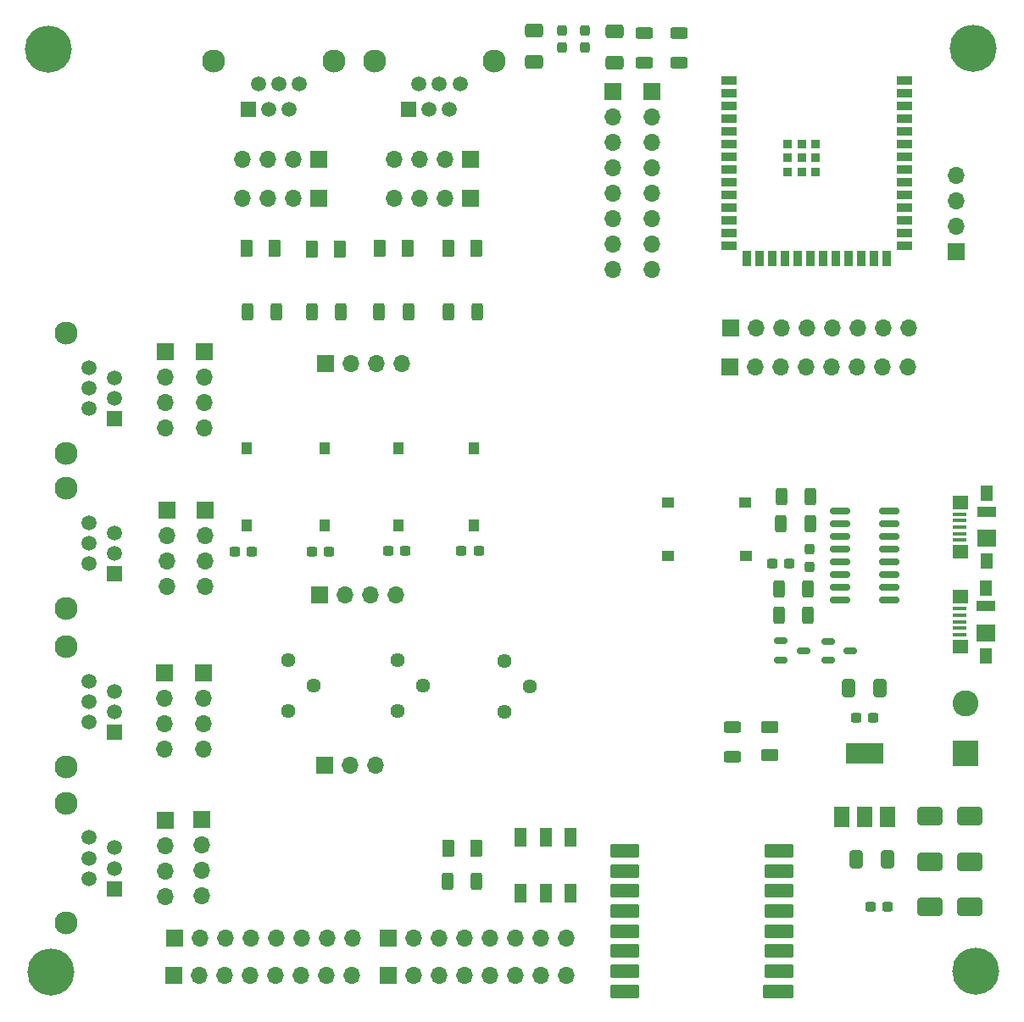
<source format=gbr>
%TF.GenerationSoftware,KiCad,Pcbnew,7.0.6*%
%TF.CreationDate,2024-04-06T15:27:50-05:00*%
%TF.ProjectId,ESP32_S3_DEVKIT_EL_V1,45535033-325f-4533-935f-4445564b4954,rev?*%
%TF.SameCoordinates,Original*%
%TF.FileFunction,Soldermask,Top*%
%TF.FilePolarity,Negative*%
%FSLAX46Y46*%
G04 Gerber Fmt 4.6, Leading zero omitted, Abs format (unit mm)*
G04 Created by KiCad (PCBNEW 7.0.6) date 2024-04-06 15:27:50*
%MOMM*%
%LPD*%
G01*
G04 APERTURE LIST*
G04 Aperture macros list*
%AMRoundRect*
0 Rectangle with rounded corners*
0 $1 Rounding radius*
0 $2 $3 $4 $5 $6 $7 $8 $9 X,Y pos of 4 corners*
0 Add a 4 corners polygon primitive as box body*
4,1,4,$2,$3,$4,$5,$6,$7,$8,$9,$2,$3,0*
0 Add four circle primitives for the rounded corners*
1,1,$1+$1,$2,$3*
1,1,$1+$1,$4,$5*
1,1,$1+$1,$6,$7*
1,1,$1+$1,$8,$9*
0 Add four rect primitives between the rounded corners*
20,1,$1+$1,$2,$3,$4,$5,0*
20,1,$1+$1,$4,$5,$6,$7,0*
20,1,$1+$1,$6,$7,$8,$9,0*
20,1,$1+$1,$8,$9,$2,$3,0*%
G04 Aperture macros list end*
%ADD10RoundRect,0.150000X-0.825000X-0.150000X0.825000X-0.150000X0.825000X0.150000X-0.825000X0.150000X0*%
%ADD11R,1.700000X1.700000*%
%ADD12O,1.700000X1.700000*%
%ADD13RoundRect,0.237500X0.300000X0.237500X-0.300000X0.237500X-0.300000X-0.237500X0.300000X-0.237500X0*%
%ADD14RoundRect,0.250000X0.412500X0.650000X-0.412500X0.650000X-0.412500X-0.650000X0.412500X-0.650000X0*%
%ADD15C,2.300000*%
%ADD16R,1.520000X1.520000*%
%ADD17C,1.520000*%
%ADD18RoundRect,0.250000X0.375000X0.625000X-0.375000X0.625000X-0.375000X-0.625000X0.375000X-0.625000X0*%
%ADD19R,2.600000X2.600000*%
%ADD20C,2.600000*%
%ADD21RoundRect,0.250000X-1.000000X-0.650000X1.000000X-0.650000X1.000000X0.650000X-1.000000X0.650000X0*%
%ADD22R,1.250000X1.000000*%
%ADD23C,4.700000*%
%ADD24R,1.000000X1.250000*%
%ADD25RoundRect,0.250000X-0.312500X-0.625000X0.312500X-0.625000X0.312500X0.625000X-0.312500X0.625000X0*%
%ADD26RoundRect,0.102000X1.400000X0.550000X-1.400000X0.550000X-1.400000X-0.550000X1.400000X-0.550000X0*%
%ADD27RoundRect,0.102000X1.300000X0.550000X-1.300000X0.550000X-1.300000X-0.550000X1.300000X-0.550000X0*%
%ADD28RoundRect,0.102000X-1.300000X-0.550000X1.300000X-0.550000X1.300000X0.550000X-1.300000X0.550000X0*%
%ADD29RoundRect,0.250000X-0.625000X0.312500X-0.625000X-0.312500X0.625000X-0.312500X0.625000X0.312500X0*%
%ADD30C,1.440000*%
%ADD31RoundRect,0.237500X0.237500X-0.300000X0.237500X0.300000X-0.237500X0.300000X-0.237500X-0.300000X0*%
%ADD32R,1.380000X0.450000*%
%ADD33R,1.300000X1.650000*%
%ADD34R,1.550000X1.425000*%
%ADD35R,1.900000X1.800000*%
%ADD36R,1.900000X1.000000*%
%ADD37RoundRect,0.237500X-0.300000X-0.237500X0.300000X-0.237500X0.300000X0.237500X-0.300000X0.237500X0*%
%ADD38RoundRect,0.150000X-0.512500X-0.150000X0.512500X-0.150000X0.512500X0.150000X-0.512500X0.150000X0*%
%ADD39RoundRect,0.237500X-0.237500X0.300000X-0.237500X-0.300000X0.237500X-0.300000X0.237500X0.300000X0*%
%ADD40RoundRect,0.250000X0.312500X0.625000X-0.312500X0.625000X-0.312500X-0.625000X0.312500X-0.625000X0*%
%ADD41RoundRect,0.250000X0.625000X-0.312500X0.625000X0.312500X-0.625000X0.312500X-0.625000X-0.312500X0*%
%ADD42R,1.500000X2.000000*%
%ADD43R,3.800000X2.000000*%
%ADD44RoundRect,0.250000X0.625000X-0.375000X0.625000X0.375000X-0.625000X0.375000X-0.625000X-0.375000X0*%
%ADD45R,1.500000X0.900000*%
%ADD46R,0.900000X1.500000*%
%ADD47R,0.900000X0.900000*%
%ADD48RoundRect,0.250000X-0.650000X0.412500X-0.650000X-0.412500X0.650000X-0.412500X0.650000X0.412500X0*%
%ADD49RoundRect,0.250000X0.650000X-0.412500X0.650000X0.412500X-0.650000X0.412500X-0.650000X-0.412500X0*%
%ADD50R,1.200000X1.950000*%
G04 APERTURE END LIST*
D10*
%TO.C,U1*%
X82720000Y-50160000D03*
X82720000Y-51430000D03*
X82720000Y-52700000D03*
X82720000Y-53970000D03*
X82720000Y-55240000D03*
X82720000Y-56510000D03*
X82720000Y-57780000D03*
X82720000Y-59050000D03*
X87670000Y-59050000D03*
X87670000Y-57780000D03*
X87670000Y-56510000D03*
X87670000Y-55240000D03*
X87670000Y-53970000D03*
X87670000Y-52700000D03*
X87670000Y-51430000D03*
X87670000Y-50160000D03*
%TD*%
D11*
%TO.C,J19*%
X30645000Y-18875000D03*
D12*
X28105000Y-18875000D03*
X25565000Y-18875000D03*
X23025000Y-18875000D03*
%TD*%
D13*
%TO.C,C11*%
X86040000Y-70770000D03*
X84315000Y-70770000D03*
%TD*%
D14*
%TO.C,C9*%
X87462500Y-84900000D03*
X84337500Y-84900000D03*
%TD*%
D11*
%TO.C,J20*%
X15350000Y-34180000D03*
D12*
X15350000Y-36720000D03*
X15350000Y-39260000D03*
X15350000Y-41800000D03*
%TD*%
D13*
%TO.C,C10*%
X87462500Y-89700000D03*
X85737500Y-89700000D03*
%TD*%
D14*
%TO.C,C12*%
X86670000Y-67800000D03*
X83545000Y-67800000D03*
%TD*%
D15*
%TO.C,J22*%
X5385000Y-63710000D03*
X5385000Y-75710000D03*
D16*
X10225000Y-72260000D03*
D17*
X7685000Y-71240000D03*
X10225000Y-70220000D03*
X7685000Y-69200000D03*
X10225000Y-68180000D03*
X7685000Y-67160000D03*
%TD*%
D13*
%TO.C,C5*%
X23995000Y-54175000D03*
X22270000Y-54175000D03*
%TD*%
%TO.C,C6*%
X31700000Y-54165000D03*
X29975000Y-54165000D03*
%TD*%
D11*
%TO.C,J3*%
X31312500Y-35392500D03*
D12*
X33852500Y-35392500D03*
X36392500Y-35392500D03*
X38932500Y-35392500D03*
%TD*%
D11*
%TO.C,J26*%
X15275000Y-66260000D03*
D12*
X15275000Y-68800000D03*
X15275000Y-71340000D03*
X15275000Y-73880000D03*
%TD*%
D11*
%TO.C,J1*%
X71760000Y-31800000D03*
D12*
X74300000Y-31800000D03*
X76840000Y-31800000D03*
X79380000Y-31800000D03*
X81920000Y-31800000D03*
X84460000Y-31800000D03*
X87000000Y-31800000D03*
X89540000Y-31800000D03*
%TD*%
D18*
%TO.C,LED 3*%
X39510000Y-23920000D03*
X36710000Y-23920000D03*
%TD*%
D19*
%TO.C,J6*%
X95220000Y-74310000D03*
D20*
X95220000Y-69310000D03*
%TD*%
D11*
%TO.C,J4*%
X60000000Y-8200000D03*
D12*
X60000000Y-10740000D03*
X60000000Y-13280000D03*
X60000000Y-15820000D03*
X60000000Y-18360000D03*
X60000000Y-20900000D03*
X60000000Y-23440000D03*
X60000000Y-25980000D03*
%TD*%
D21*
%TO.C,D13*%
X91680000Y-89710000D03*
X95680000Y-89710000D03*
%TD*%
D22*
%TO.C,BOOT*%
X65525000Y-49300000D03*
X73275000Y-49300000D03*
%TD*%
D18*
%TO.C,D1*%
X46400000Y-83800000D03*
X43600000Y-83800000D03*
%TD*%
D23*
%TO.C,*%
X96000000Y-3900000D03*
%TD*%
D24*
%TO.C,BT4*%
X46170000Y-43845000D03*
X46170000Y-51595000D03*
%TD*%
D15*
%TO.C,J12*%
X48200000Y-5200000D03*
X36200000Y-5200000D03*
D16*
X39650000Y-10040000D03*
D17*
X40670000Y-7500000D03*
X41690000Y-10040000D03*
X42710000Y-7500000D03*
X43730000Y-10040000D03*
X44750000Y-7500000D03*
%TD*%
D15*
%TO.C,J13*%
X32175000Y-5175000D03*
X20175000Y-5175000D03*
D16*
X23625000Y-10015000D03*
D17*
X24645000Y-7475000D03*
X25665000Y-10015000D03*
X26685000Y-7475000D03*
X27705000Y-10015000D03*
X28725000Y-7475000D03*
%TD*%
D11*
%TO.C,J33*%
X37600000Y-92800000D03*
D12*
X40140000Y-92800000D03*
X42680000Y-92800000D03*
X45220000Y-92800000D03*
X47760000Y-92800000D03*
X50300000Y-92800000D03*
X52840000Y-92800000D03*
X55380000Y-92800000D03*
%TD*%
D25*
%TO.C,R2*%
X76835000Y-48730000D03*
X79760000Y-48730000D03*
%TD*%
D11*
%TO.C,J31*%
X37620000Y-96500000D03*
D12*
X40160000Y-96500000D03*
X42700000Y-96500000D03*
X45240000Y-96500000D03*
X47780000Y-96500000D03*
X50320000Y-96500000D03*
X52860000Y-96500000D03*
X55400000Y-96500000D03*
%TD*%
D26*
%TO.C,U4*%
X76500000Y-98100000D03*
D27*
X76600000Y-96100000D03*
X76600000Y-94100000D03*
X76600000Y-92100000D03*
X76600000Y-90100000D03*
X76600000Y-88100000D03*
X76600000Y-86100000D03*
X76600000Y-84100000D03*
D28*
X61200000Y-84100000D03*
X61200000Y-86100000D03*
X61200000Y-88100000D03*
X61200000Y-90100000D03*
X61200000Y-92100000D03*
X61200000Y-94100000D03*
X61200000Y-96100000D03*
X61200000Y-98100000D03*
%TD*%
D15*
%TO.C,J9*%
X5425000Y-47850000D03*
X5425000Y-59850000D03*
D16*
X10265000Y-56400000D03*
D17*
X7725000Y-55380000D03*
X10265000Y-54360000D03*
X7725000Y-53340000D03*
X10265000Y-52320000D03*
X7725000Y-51300000D03*
%TD*%
D29*
%TO.C,R14*%
X72000000Y-71737500D03*
X72000000Y-74662500D03*
%TD*%
D13*
%TO.C,C8*%
X46635000Y-54095000D03*
X44910000Y-54095000D03*
%TD*%
D29*
%TO.C,R4*%
X66595000Y-2400000D03*
X66595000Y-5325000D03*
%TD*%
D30*
%TO.C,RV1*%
X27615000Y-70100000D03*
X30155000Y-67560000D03*
X27615000Y-65020000D03*
%TD*%
D18*
%TO.C,LED 1*%
X26230000Y-23910000D03*
X23430000Y-23910000D03*
%TD*%
D15*
%TO.C,J23*%
X5395000Y-79315000D03*
X5395000Y-91315000D03*
D16*
X10235000Y-87865000D03*
D17*
X7695000Y-86845000D03*
X10235000Y-85825000D03*
X7695000Y-84805000D03*
X10235000Y-83785000D03*
X7695000Y-82765000D03*
%TD*%
D30*
%TO.C,RV3*%
X49200000Y-70180000D03*
X51740000Y-67640000D03*
X49200000Y-65100000D03*
%TD*%
D23*
%TO.C,H3*%
X96300000Y-96100000D03*
%TD*%
D11*
%TO.C,J7*%
X63900000Y-8200000D03*
D12*
X63900000Y-10740000D03*
X63900000Y-13280000D03*
X63900000Y-15820000D03*
X63900000Y-18360000D03*
X63900000Y-20900000D03*
X63900000Y-23440000D03*
X63900000Y-25980000D03*
%TD*%
D11*
%TO.C,J28*%
X15300000Y-81020000D03*
D12*
X15300000Y-83560000D03*
X15300000Y-86100000D03*
X15300000Y-88640000D03*
%TD*%
D11*
%TO.C,J24*%
X15475000Y-50060000D03*
D12*
X15475000Y-52600000D03*
X15475000Y-55140000D03*
X15475000Y-57680000D03*
%TD*%
D11*
%TO.C,J18*%
X30645000Y-15025000D03*
D12*
X28105000Y-15025000D03*
X25565000Y-15025000D03*
X23025000Y-15025000D03*
%TD*%
D25*
%TO.C,R3*%
X43497500Y-87140000D03*
X46422500Y-87140000D03*
%TD*%
D31*
%TO.C,C14*%
X57275000Y-3822500D03*
X57275000Y-2097500D03*
%TD*%
D24*
%TO.C,BT2*%
X31230000Y-43845000D03*
X31230000Y-51595000D03*
%TD*%
D32*
%TO.C,J8*%
X94650000Y-62500000D03*
X94650000Y-61850000D03*
X94650000Y-61200000D03*
X94650000Y-60550000D03*
X94650000Y-59900000D03*
D33*
X97310000Y-64575000D03*
D34*
X94735000Y-63687500D03*
D35*
X97310000Y-62350000D03*
D36*
X97310000Y-59650000D03*
D34*
X94735000Y-58712500D03*
D33*
X97310000Y-57825000D03*
%TD*%
D25*
%TO.C,R8*%
X23515000Y-30200000D03*
X26440000Y-30200000D03*
%TD*%
%TO.C,R12*%
X76600000Y-57960000D03*
X79525000Y-57960000D03*
%TD*%
D11*
%TO.C,J10*%
X30750000Y-58525000D03*
D12*
X33290000Y-58525000D03*
X35830000Y-58525000D03*
X38370000Y-58525000D03*
%TD*%
D37*
%TO.C,C13*%
X75940000Y-55410000D03*
X77665000Y-55410000D03*
%TD*%
D21*
%TO.C,D11*%
X91680000Y-80610000D03*
X95680000Y-80610000D03*
%TD*%
D38*
%TO.C,Q2*%
X76830000Y-63120000D03*
X76830000Y-65020000D03*
X79105000Y-64070000D03*
%TD*%
D25*
%TO.C,R11*%
X43577500Y-30200000D03*
X46502500Y-30200000D03*
%TD*%
D11*
%TO.C,J25*%
X19325000Y-50060000D03*
D12*
X19325000Y-52600000D03*
X19325000Y-55140000D03*
X19325000Y-57680000D03*
%TD*%
D39*
%TO.C,C3*%
X54925000Y-2100000D03*
X54925000Y-3825000D03*
%TD*%
D22*
%TO.C,RESET*%
X65550000Y-54600000D03*
X73300000Y-54600000D03*
%TD*%
D40*
%TO.C,R1*%
X79732500Y-51440000D03*
X76807500Y-51440000D03*
%TD*%
D11*
%TO.C,J5*%
X94300000Y-24180000D03*
D12*
X94300000Y-21640000D03*
X94300000Y-19100000D03*
X94300000Y-16560000D03*
%TD*%
D11*
%TO.C,J21*%
X19200000Y-34180000D03*
D12*
X19200000Y-36720000D03*
X19200000Y-39260000D03*
X19200000Y-41800000D03*
%TD*%
D40*
%TO.C,R13*%
X79535000Y-60550000D03*
X76610000Y-60550000D03*
%TD*%
D41*
%TO.C,R7*%
X63185000Y-5305000D03*
X63185000Y-2380000D03*
%TD*%
D11*
%TO.C,J16*%
X45790000Y-15000000D03*
D12*
X43250000Y-15000000D03*
X40710000Y-15000000D03*
X38170000Y-15000000D03*
%TD*%
D30*
%TO.C,RV2*%
X38515000Y-70140000D03*
X41055000Y-67600000D03*
X38515000Y-65060000D03*
%TD*%
D38*
%TO.C,Q3*%
X81500000Y-63150000D03*
X81500000Y-65050000D03*
X83775000Y-64100000D03*
%TD*%
D11*
%TO.C,J30*%
X16220000Y-92800000D03*
D12*
X18760000Y-92800000D03*
X21300000Y-92800000D03*
X23840000Y-92800000D03*
X26380000Y-92800000D03*
X28920000Y-92800000D03*
X31460000Y-92800000D03*
X34000000Y-92800000D03*
%TD*%
D21*
%TO.C,D12*%
X91690000Y-85140000D03*
X95690000Y-85140000D03*
%TD*%
D11*
%TO.C,J11*%
X16200000Y-96500000D03*
D12*
X18740000Y-96500000D03*
X21280000Y-96500000D03*
X23820000Y-96500000D03*
X26360000Y-96500000D03*
X28900000Y-96500000D03*
X31440000Y-96500000D03*
X33980000Y-96500000D03*
%TD*%
D11*
%TO.C,J29*%
X19000000Y-80980000D03*
D12*
X19000000Y-83520000D03*
X19000000Y-86060000D03*
X19000000Y-88600000D03*
%TD*%
D42*
%TO.C,U3*%
X82890000Y-80660000D03*
X85190000Y-80660000D03*
D43*
X85190000Y-74360000D03*
D42*
X87490000Y-80660000D03*
%TD*%
D15*
%TO.C,J14*%
X5400000Y-32350000D03*
X5400000Y-44350000D03*
D16*
X10240000Y-40900000D03*
D17*
X7700000Y-39880000D03*
X10240000Y-38860000D03*
X7700000Y-37840000D03*
X10240000Y-36820000D03*
X7700000Y-35800000D03*
%TD*%
D11*
%TO.C,J27*%
X19125000Y-66260000D03*
D12*
X19125000Y-68800000D03*
X19125000Y-71340000D03*
X19125000Y-73880000D03*
%TD*%
D23*
%TO.C,*%
X3900000Y-96200000D03*
%TD*%
D25*
%TO.C,R9*%
X29937500Y-30200000D03*
X32862500Y-30200000D03*
%TD*%
D18*
%TO.C,LED 4*%
X46420000Y-23920000D03*
X43620000Y-23920000D03*
%TD*%
D23*
%TO.C,*%
X3600000Y-4000000D03*
%TD*%
D44*
%TO.C,D14*%
X75700000Y-74500000D03*
X75700000Y-71700000D03*
%TD*%
D24*
%TO.C,BT1*%
X23490000Y-43855000D03*
X23490000Y-51605000D03*
%TD*%
D39*
%TO.C,C1*%
X79670000Y-53967500D03*
X79670000Y-55692500D03*
%TD*%
D45*
%TO.C,U2*%
X71630000Y-7120000D03*
X71630000Y-8390000D03*
X71630000Y-9660000D03*
X71630000Y-10930000D03*
X71630000Y-12200000D03*
X71630000Y-13470000D03*
X71630000Y-14740000D03*
X71630000Y-16010000D03*
X71630000Y-17280000D03*
X71630000Y-18550000D03*
X71630000Y-19820000D03*
X71630000Y-21090000D03*
X71630000Y-22360000D03*
X71630000Y-23630000D03*
D46*
X73395000Y-24880000D03*
X74665000Y-24880000D03*
X75935000Y-24880000D03*
X77205000Y-24880000D03*
X78475000Y-24880000D03*
X79745000Y-24880000D03*
X81015000Y-24880000D03*
X82285000Y-24880000D03*
X83555000Y-24880000D03*
X84825000Y-24880000D03*
X86095000Y-24880000D03*
X87365000Y-24880000D03*
D45*
X89130000Y-23630000D03*
X89130000Y-22360000D03*
X89130000Y-21090000D03*
X89130000Y-19820000D03*
X89130000Y-18550000D03*
X89130000Y-17280000D03*
X89130000Y-16010000D03*
X89130000Y-14740000D03*
X89130000Y-13470000D03*
X89130000Y-12200000D03*
X89130000Y-10930000D03*
X89130000Y-9660000D03*
X89130000Y-8390000D03*
X89130000Y-7120000D03*
D47*
X77480000Y-13440000D03*
X77480000Y-14840000D03*
X77480000Y-16240000D03*
X77480000Y-16240000D03*
X78880000Y-13440000D03*
X78880000Y-13440000D03*
X78880000Y-14840000D03*
X78880000Y-16240000D03*
X80280000Y-13440000D03*
X80280000Y-14840000D03*
X80280000Y-16240000D03*
%TD*%
D24*
%TO.C,BT3*%
X38600000Y-43850000D03*
X38600000Y-51600000D03*
%TD*%
D11*
%TO.C,J15*%
X71737652Y-35752944D03*
D12*
X74277652Y-35752944D03*
X76817652Y-35752944D03*
X79357652Y-35752944D03*
X81897652Y-35752944D03*
X84437652Y-35752944D03*
X86977652Y-35752944D03*
X89517652Y-35752944D03*
%TD*%
D32*
%TO.C,J2*%
X94670000Y-53030000D03*
X94670000Y-52380000D03*
X94670000Y-51730000D03*
X94670000Y-51080000D03*
X94670000Y-50430000D03*
D33*
X97330000Y-55105000D03*
D34*
X94755000Y-54217500D03*
D35*
X97330000Y-52880000D03*
D36*
X97330000Y-50180000D03*
D34*
X94755000Y-49242500D03*
D33*
X97330000Y-48355000D03*
%TD*%
D13*
%TO.C,C7*%
X39315000Y-54095000D03*
X37590000Y-54095000D03*
%TD*%
D11*
%TO.C,J32*%
X31220000Y-75500000D03*
D12*
X33760000Y-75500000D03*
X36300000Y-75500000D03*
%TD*%
D48*
%TO.C,C2*%
X52195000Y-2160000D03*
X52195000Y-5285000D03*
%TD*%
D49*
%TO.C,C4*%
X60225000Y-5305000D03*
X60225000Y-2180000D03*
%TD*%
D25*
%TO.C,R10*%
X36667500Y-30200000D03*
X39592500Y-30200000D03*
%TD*%
D18*
%TO.C,LED 2*%
X32790000Y-23930000D03*
X29990000Y-23930000D03*
%TD*%
D50*
%TO.C,SWITCH LORA*%
X55800000Y-88350000D03*
X53300000Y-88350000D03*
X50800000Y-88350000D03*
X55800000Y-82700000D03*
X53300000Y-82700000D03*
X50800000Y-82700000D03*
%TD*%
D11*
%TO.C,J17*%
X45790000Y-18850000D03*
D12*
X43250000Y-18850000D03*
X40710000Y-18850000D03*
X38170000Y-18850000D03*
%TD*%
M02*

</source>
